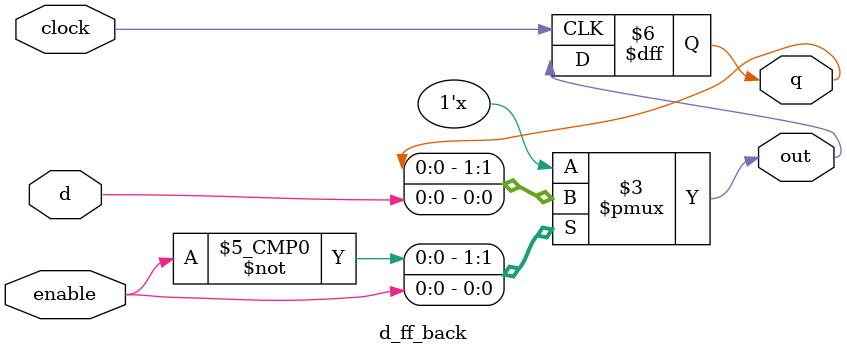
<source format=v>
module d_ff_back( input d,input clock,input enable,output reg out,output reg q); 
   always @(*)
   begin
    case(enable)
      1'b0:out=q;
      1'b1:out=d;
    endcase
  end
    always @ (posedge clock)
     begin
       q<=out;
     end
  endmodule
</source>
